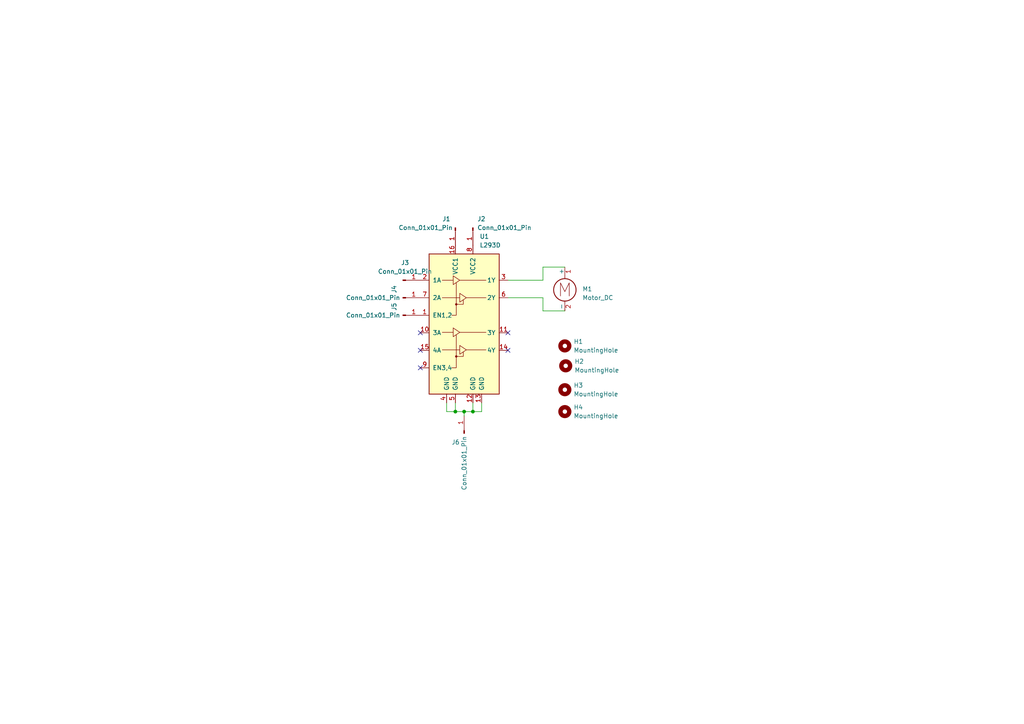
<source format=kicad_sch>
(kicad_sch (version 20230121) (generator eeschema)
  (paper "A4")
  (lib_symbols
    (symbol "Connector:Conn_01x01_Pin" (pin_names (offset 1.016) hide)
      (property "Reference" "J" (at 0 2.54 0))
      (property "Value" "Conn_01x01_Pin" (at 0 -2.54 0))
      (symbol "Conn_01x01_Pin_1_1"
        (polyline (pts (xy 1.27 0) (xy 0.8636 0)) (stroke (width 0.1524)))
        (rectangle (start 0.8636 0.127) (end 0 -0.127) (stroke (width 0.1524)) (fill (type outline)))
        (pin passive line (at 5.08 0 180) (length 3.81) (name "Pin_1") (number "1"))
      )
    )
    (symbol "Driver_Motor:L293D" (pin_names (offset 1.016))
      (property "Reference" "U" (at -5.08 26.035 0))
      (property "Value" "L293D" (at -5.08 24.13 0))
      (symbol "L293D_0_1"
        (rectangle (start -10.16 22.86) (end 10.16 -17.78) (stroke (width 0.254)) (fill (type background)))
        (circle (center -2.286 -6.858) (radius 0.254) (fill (type outline)))
        (circle (center -2.286 8.255) (radius 0.254) (fill (type outline)))
        (polyline (pts (xy -6.35 -4.953) (xy -1.27 -4.953)))
        (polyline (pts (xy -6.35 0.127) (xy -3.175 0.127)))
        (polyline (pts (xy -6.35 10.16) (xy -1.27 10.16)))
        (polyline (pts (xy -6.35 15.24) (xy -3.175 15.24)))
        (polyline (pts (xy -1.27 0.127) (xy 6.35 0.127)))
        (polyline (pts (xy -1.27 15.24) (xy 6.35 15.24)))
        (polyline (pts (xy 0.635 -4.953) (xy 6.35 -4.953)))
        (polyline (pts (xy 0.635 10.16) (xy 6.35 10.16)))
        (polyline (pts (xy -2.286 -6.858) (xy -0.254 -6.858) (xy -0.254 -5.588)))
        (polyline (pts (xy -2.286 -0.635) (xy -2.286 -10.16) (xy -3.556 -10.16)))
        (polyline (pts (xy -2.286 8.255) (xy -0.254 8.255) (xy -0.254 9.525)))
        (polyline (pts (xy -2.286 14.478) (xy -2.286 5.08) (xy -3.556 5.08)))
        (polyline (pts (xy -3.175 1.397) (xy -3.175 -1.143) (xy -1.27 0.127) (xy -3.175 1.397)))
        (polyline (pts (xy -3.175 16.51) (xy -3.175 13.97) (xy -1.27 15.24) (xy -3.175 16.51)))
        (polyline (pts (xy -1.27 -3.683) (xy -1.27 -6.223) (xy 0.635 -4.953) (xy -1.27 -3.683)))
        (polyline (pts (xy -1.27 11.43) (xy -1.27 8.89) (xy 0.635 10.16) (xy -1.27 11.43)))
      )
      (symbol "L293D_1_1"
        (pin input line (at -12.7 5.08 0) (length 2.54) (name "EN1,2") (number "1"))
        (pin input line (at -12.7 0 0) (length 2.54) (name "3A") (number "10"))
        (pin output line (at 12.7 0 180) (length 2.54) (name "3Y") (number "11"))
        (pin power_in line (at 2.54 -20.32 90) (length 2.54) (name "GND") (number "12"))
        (pin power_in line (at 5.08 -20.32 90) (length 2.54) (name "GND") (number "13"))
        (pin output line (at 12.7 -5.08 180) (length 2.54) (name "4Y") (number "14"))
        (pin input line (at -12.7 -5.08 0) (length 2.54) (name "4A") (number "15"))
        (pin power_in line (at -2.54 25.4 270) (length 2.54) (name "VCC1") (number "16"))
        (pin input line (at -12.7 15.24 0) (length 2.54) (name "1A") (number "2"))
        (pin output line (at 12.7 15.24 180) (length 2.54) (name "1Y") (number "3"))
        (pin power_in line (at -5.08 -20.32 90) (length 2.54) (name "GND") (number "4"))
        (pin power_in line (at -2.54 -20.32 90) (length 2.54) (name "GND") (number "5"))
        (pin output line (at 12.7 10.16 180) (length 2.54) (name "2Y") (number "6"))
        (pin input line (at -12.7 10.16 0) (length 2.54) (name "2A") (number "7"))
        (pin power_in line (at 2.54 25.4 270) (length 2.54) (name "VCC2") (number "8"))
        (pin input line (at -12.7 -10.16 0) (length 2.54) (name "EN3,4") (number "9"))
      )
    )
    (symbol "Mechanical:MountingHole" (pin_names (offset 1.016))
      (property "Reference" "H" (at 0 5.08 0))
      (property "Value" "MountingHole" (at 0 3.175 0))
      (symbol "MountingHole_0_1"
        (circle (center 0 0) (radius 1.27) (stroke (width 1.27)))
      )
    )
    (symbol "Motor:Motor_DC" (pin_names (offset 0))
      (property "Reference" "M" (at 2.54 2.54 0))
      (property "Value" "Motor_DC" (at 2.54 -5.08 0))
      (symbol "Motor_DC_0_0"
        (polyline (pts (xy -1.27 -3.302) (xy -1.27 0.508) (xy 0 -2.032) (xy 1.27 0.508) (xy 1.27 -3.302)))
      )
      (symbol "Motor_DC_0_1"
        (circle (center 0 -1.524) (radius 3.2512) (stroke (width 0.254)))
        (polyline (pts (xy 0 -7.62) (xy 0 -7.112)))
        (polyline (pts (xy 0 -4.7752) (xy 0 -5.1816)))
        (polyline (pts (xy 0 1.7272) (xy 0 2.0828)))
        (polyline (pts (xy 0 2.032) (xy 0 2.54)))
      )
      (symbol "Motor_DC_1_1"
        (pin passive line (at 0 5.08 270) (length 2.54) (name "+") (number "1"))
        (pin passive line (at 0 -7.62 90) (length 2.54) (name "-") (number "2"))
      )
    )
  )
  (junction (at 137.16 119.38))
  (junction (at 132.08 119.38))
  (junction (at 134.62 119.38))
  (no_connect (at 121.92 101.6))
  (no_connect (at 121.92 106.68))
  (no_connect (at 147.32 96.52))
  (no_connect (at 147.32 101.6))
  (no_connect (at 121.92 96.52))
  (wire (pts (xy 137.16 116.84) (xy 137.16 119.38)))
  (wire (pts (xy 157.48 90.17) (xy 163.83 90.17)))
  (wire (pts (xy 132.08 119.38) (xy 134.62 119.38)))
  (wire (pts (xy 157.48 77.47) (xy 157.48 81.28)))
  (wire (pts (xy 132.08 116.84) (xy 132.08 119.38)))
  (wire (pts (xy 139.7 119.38) (xy 139.7 116.84)))
  (wire (pts (xy 129.54 119.38) (xy 132.08 119.38)))
  (wire (pts (xy 134.62 119.38) (xy 137.16 119.38)))
  (wire (pts (xy 157.48 81.28) (xy 147.32 81.28)))
  (wire (pts (xy 134.62 119.38) (xy 134.62 120.65)))
  (wire (pts (xy 129.54 116.84) (xy 129.54 119.38)))
  (wire (pts (xy 163.83 77.47) (xy 157.48 77.47)))
  (wire (pts (xy 137.16 119.38) (xy 139.7 119.38)))
  (wire (pts (xy 157.48 86.36) (xy 157.48 90.17)))
  (wire (pts (xy 147.32 86.36) (xy 157.48 86.36)))
  (symbol (lib_id "Mechanical:MountingHole") (at 163.83 113.03 0) (unit 1)
    (property "Reference" "H3" (at 166.37 111.76 0) (effects (justify left)))
    (property "Value" "MountingHole" (at 166.37 114.3 0) (effects (justify left)))
    (property "Footprint" "MountingHole:MountingHole_2.2mm_M2" (effects hide))
  )
  (symbol (lib_id "Connector:Conn_01x01_Pin") (at 137.16 66.04 270) (unit 1)
    (property "Reference" "J2" (at 138.43 63.5 90) (effects (justify left)))
    (property "Value" "Conn_01x01_Pin" (at 138.43 66.04 90) (effects (justify left)))
    (property "Footprint" "Connector_PinHeader_2.54mm:PinHeader_1x01_P2.54mm_Vertical" (effects hide))
  )
  (symbol (lib_id "Connector:Conn_01x01_Pin") (at 132.08 66.04 270) (unit 1)
    (property "Reference" "J1" (at 128.27 63.5 90) (effects (justify left)))
    (property "Value" "Conn_01x01_Pin" (at 115.57 66.04 90) (effects (justify left)))
    (property "Footprint" "Connector_PinHeader_2.54mm:PinHeader_1x01_P2.54mm_Vertical" (effects hide))
  )
  (symbol (lib_id "Motor:Motor_DC") (at 163.83 82.55 0) (unit 1)
    (property "Reference" "M1" (at 168.91 83.82 0) (effects (justify left)))
    (property "Value" "Motor_DC" (at 168.91 86.36 0) (effects (justify left)))
    (property "Footprint" "Connector_PinHeader_2.54mm:PinHeader_1x02_P2.54mm_Vertical" (effects hide))
  )
  (symbol (lib_id "Driver_Motor:L293D") (at 134.62 96.52 0) (unit 1)
    (property "Reference" "U1" (at 139.1159 68.58 0) (effects (justify left)))
    (property "Value" "L293D" (at 139.1159 71.12 0) (effects (justify left)))
    (property "Footprint" "Package_DIP:DIP-16_W7.62mm" (effects hide))
    (property "Datasheet" "http://www.ti.com/lit/ds/symlink/l293.pdf" (effects hide))
  )
  (symbol (lib_id "Connector:Conn_01x01_Pin") (at 134.62 125.73 90) (unit 1)
    (property "Reference" "J6" (at 133.35 128.27 90) (effects (justify left)))
    (property "Value" "Conn_01x01_Pin" (at 134.62 142.24 0) (effects (justify left)))
    (property "Footprint" "Connector_PinHeader_2.54mm:PinHeader_1x01_P2.54mm_Vertical" (effects hide))
  )
  (symbol (lib_id "Mechanical:MountingHole") (at 163.83 100.33 0) (unit 1)
    (property "Reference" "H1" (at 166.37 99.06 0) (effects (justify left)))
    (property "Value" "MountingHole" (at 166.37 101.6 0) (effects (justify left)))
    (property "Footprint" "MountingHole:MountingHole_2.2mm_M2" (effects hide))
  )
  (symbol (lib_id "Mechanical:MountingHole") (at 163.83 119.38 0) (unit 1)
    (property "Reference" "H4" (at 166.37 118.11 0) (effects (justify left)))
    (property "Value" "MountingHole" (at 166.37 120.65 0) (effects (justify left)))
    (property "Footprint" "MountingHole:MountingHole_2.2mm_M2" (effects hide))
  )
  (symbol (lib_id "Connector:Conn_01x01_Pin") (at 116.84 81.28 0) (unit 1)
    (property "Reference" "J3" (at 117.475 76.2 0))
    (property "Value" "Conn_01x01_Pin" (at 117.475 78.74 0))
    (property "Footprint" "Connector_PinHeader_2.54mm:PinHeader_1x01_P2.54mm_Vertical" (effects hide))
  )
  (symbol (lib_id "Mechanical:MountingHole") (at 164.0818 106.1049 0) (unit 1)
    (property "Reference" "H2" (at 166.6218 104.8349 0) (effects (justify left)))
    (property "Value" "MountingHole" (at 166.6218 107.3749 0) (effects (justify left)))
    (property "Footprint" "MountingHole:MountingHole_2.2mm_M2" (effects hide))
  )
  (symbol (lib_id "Connector:Conn_01x01_Pin") (at 116.84 86.36 0) (unit 1)
    (property "Reference" "J4" (at 114.3 85.09 90) (effects (justify left)))
    (property "Value" "Conn_01x01_Pin" (at 100.33 86.36 0) (effects (justify left)))
    (property "Footprint" "Connector_PinHeader_2.54mm:PinHeader_1x01_P2.54mm_Vertical" (effects hide))
  )
  (symbol (lib_id "Connector:Conn_01x01_Pin") (at 116.84 91.44 0) (unit 1)
    (property "Reference" "J5" (at 114.3 90.17 90) (effects (justify left)))
    (property "Value" "Conn_01x01_Pin" (at 100.33 91.44 0) (effects (justify left)))
    (property "Footprint" "Connector_PinHeader_2.54mm:PinHeader_1x01_P2.54mm_Vertical" (effects hide))
  )
)
</source>
